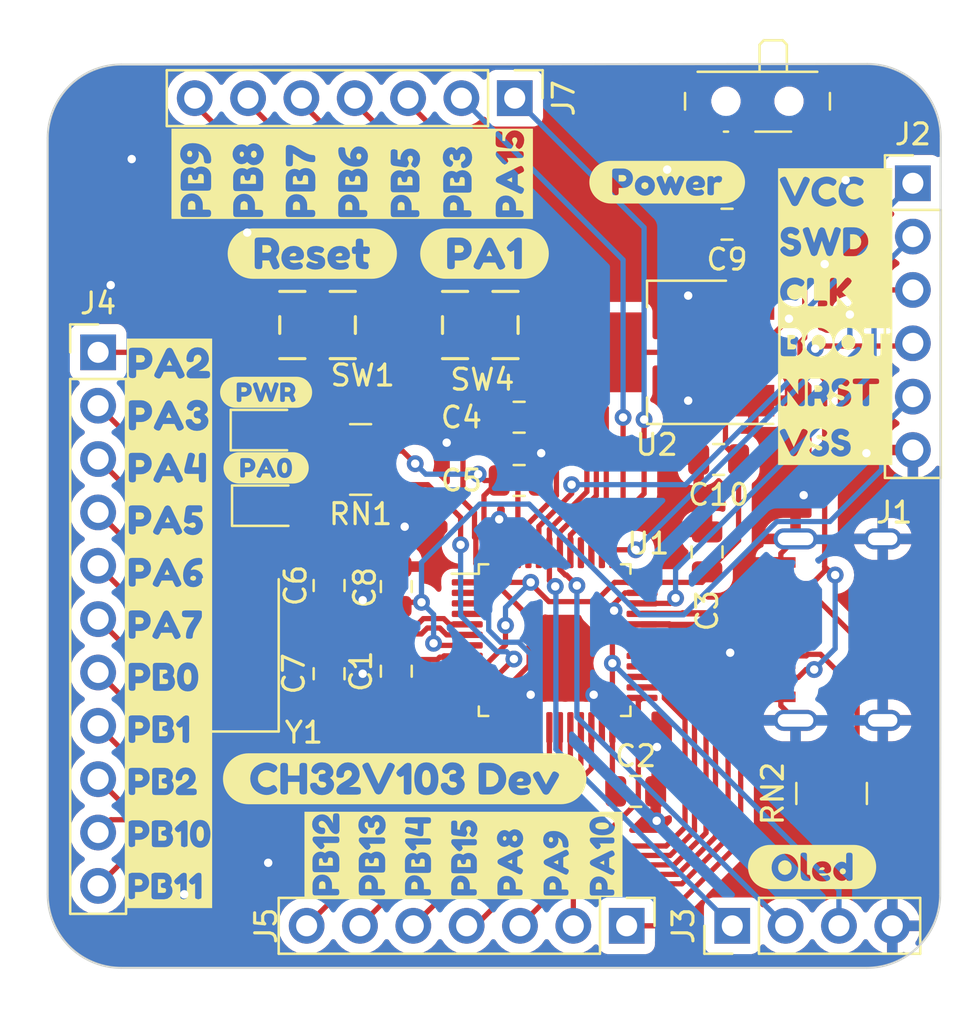
<source format=kicad_pcb>
(kicad_pcb (version 20221018) (generator pcbnew)
  (layers (0 "F.Cu" signal) (31 "B.Cu" signal) (34 "B.Paste" user) (35 "F.Paste" user) (36 "B.SilkS" user "B.Silkscreen") (37 "F.SilkS" user "F.Silkscreen") (38 "B.Mask" user) (39 "F.Mask" user) (44 "Edge.Cuts" user))
  (net 0 "")
  (net 1 "VDDA")
  (net 2 "VSSA")
  (net 3 "Net-(U1-OSC_IN{slash}PD0)")
  (net 4 "Net-(U1-OSC_OUT{slash}PD1)")
  (net 5 "NRST")
  (net 6 "Net-(SW2-B)")
  (net 7 "Net-(D1-A)")
  (net 8 "Net-(D2-A)")
  (net 9 "VUSB")
  (net 10 "Net-(J1-CC1)")
  (net 11 "D+")
  (net 12 "D-")
  (net 14 "Net-(J1-CC2)")
  (net 16 "SWDIO")
  (net 17 "SWCLK")
  (net 18 "BOOT0")
  (net 19 "PB7")
  (net 20 "PB6")
  (net 21 "PA2")
  (net 22 "PA3")
  (net 23 "PA4")
  (net 24 "PA5")
  (net 25 "PA6")
  (net 26 "PA7")
  (net 27 "PB0")
  (net 28 "PB1")
  (net 29 "PB2")
  (net 30 "PB10")
  (net 31 "PB11")
  (net 32 "PA10")
  (net 33 "PA9")
  (net 34 "PA8")
  (net 35 "PB15")
  (net 36 "PB14")
  (net 37 "PB13")
  (net 38 "PB12")
  (net 39 "PA15")
  (net 40 "PB3")
  (net 41 "PB4")
  (net 42 "PB5")
  (net 43 "PB8")
  (net 44 "PB9")
  (net 45 "PA0")
  (net 51 "PA1")
  (net 52 "VBatt")
  (net 53 "PC13")
  (net 54 "PC14")
  (net 55 "PC15")
  (footprint "Package_TO_SOT_SMD:SOT-223-3_TabPin2" (layer "F.Cu") (at 161.45 75.7 180)
    (fp_text reference "U2")
    (fp_text value "LD1117S12TR_SOT223")
  )
  (footprint "LED_SMD:LED_0805_2012Metric" (layer "F.Cu") (at 141.4 79.4)
    (fp_text reference "D2" hide)
    (fp_text value "LED_Small")
  )
  (footprint "LED_SMD:LED_0805_2012Metric" (layer "F.Cu") (at 141.4625 83)
    (fp_text reference "D1" hide)
    (fp_text value "LED_Small")
  )
  (footprint "Connector_PinHeader_2.54mm:PinHeader_1x11_P2.54mm_Vertical" (layer "F.Cu") (at 133.4 75.7)
    (fp_text reference "J4")
    (fp_text value "Conn_01x11")
  )
  (footprint "Connector_PinHeader_2.54mm:PinHeader_1x07_P2.54mm_Vertical" (layer "F.Cu") (at 158.57 103 -90)
    (fp_text reference "J5")
    (fp_text value "Conn_01x07")
  )
  (footprint "Connector_PinHeader_2.54mm:PinHeader_1x04_P2.54mm_Vertical" (layer "F.Cu") (at 163.6 103 90)
    (fp_text reference "J3")
    (fp_text value "OledDisplay")
  )
  (footprint "kibuzzard-65D4E002" (layer "F.Cu") (at 151.8 71)
    (fp_text reference "kibuzzard-65D4E002" hide)
    (fp_text value "G***" hide)
  )
  (footprint "Capacitor_SMD:C_0805_2012Metric" (layer "F.Cu") (at 153.45 81.8)
    (fp_text reference "C5")
    (fp_text value "100nF")
  )
  (footprint "kibuzzard-65D4DFF8" (layer "F.Cu") (at 143.6 71)
    (fp_text reference "kibuzzard-65D4DFF8" hide)
    (fp_text value "G***" hide)
  )
  (footprint "kibuzzard-65D4D9AC" (layer "F.Cu") (at 168.5 74)
    (fp_text reference "kibuzzard-65D4D9AC" hide)
    (fp_text value "G***" hide)
  )
  (footprint "kibuzzard-65D4E0E6" (layer "F.Cu") (at 160.5 67.6)
    (fp_text reference "kibuzzard-65D4E0E6" hide)
    (fp_text value "G***" hide)
  )
  (footprint "Capacitor_SMD:C_0805_2012Metric" (layer "F.Cu") (at 159 96.6)
    (fp_text reference "C2")
    (fp_text value "100nF")
  )
  (footprint "Resistor_SMD:R_Array_Convex_4x0603" (layer "F.Cu") (at 145.9 80.8)
    (fp_text reference "RN1")
    (fp_text value "R_Pack04")
  )
  (footprint "Capacitor_SMD:C_0805_2012Metric" (layer "F.Cu") (at 163.35 69.6 180)
    (fp_text reference "C9")
    (fp_text value "10uF")
  )
  (footprint "kibuzzard-65D4DF4E" (layer "F.Cu") (at 150.8 99.6 90)
    (fp_text reference "kibuzzard-65D4DF4E" hide)
    (fp_text value "G***" hide)
  )
  (footprint "Button_Switch_SMD:SW_SPDT_PCM12" (layer "F.Cu") (at 164.8 64.075 180)
    (fp_text reference "SW2" hide)
    (fp_text value "Power")
  )
  (footprint "Connector_PinHeader_2.54mm:PinHeader_1x06_P2.54mm_Vertical" (layer "F.Cu") (at 172.2 67.65)
    (fp_text reference "J2")
    (fp_text value "Prog")
  )
  (footprint "Resistor_SMD:R_Array_Convex_4x0612" (layer "F.Cu") (at 168.33 96.7 90)
    (fp_text reference "RN2")
    (fp_text value "5.1k")
  )
  (footprint "Capacitor_SMD:C_0805_2012Metric" (layer "F.Cu") (at 162.95 80.8 180)
    (fp_text reference "C10")
    (fp_text value "10uF")
  )
  (footprint "kibuzzard-65D4E052" (layer "F.Cu") (at 141.4 81.2)
    (fp_text reference "kibuzzard-65D4E052" hide)
    (fp_text value "G***" hide)
  )
  (footprint "UL_Buttons:TS3315A" (layer "F.Cu") (at 143.85 74.4)
    (fp_text reference "SW1")
    (fp_text value "SW_MEC_5E")
  )
  (footprint "kibuzzard-65D4D9DA" (layer "F.Cu") (at 145.5 67.2 90)
    (fp_text reference "kibuzzard-65D4D9DA" hide)
    (fp_text value "G***" hide)
  )
  (footprint "Capacitor_SMD:C_0805_2012Metric" (layer "F.Cu") (at 162.4 85.2 90)
    (fp_text reference "C3")
    (fp_text value "100nF")
  )
  (footprint "BadgePiratesFootprint:USB_C_Receptical-Jing" (layer "F.Cu") (at 166.6125 88.9 90)
    (fp_text reference "J1")
    (fp_text value "USB_C_Receptacle_USB2.0")
  )
  (footprint "Package_QFP:LQFP-48_7x7mm_P0.5mm" (layer "F.Cu") (at 155.14 89.4)
    (fp_text reference "U1")
    (fp_text value "CH32V103C8T6")
  )
  (footprint "Capacitor_SMD:C_0805_2012Metric" (layer "F.Cu") (at 153.45 78.79)
    (fp_text reference "C4")
    (fp_text value "100nF")
  )
  (footprint "Capacitor_SMD:C_0805_2012Metric" (layer "F.Cu") (at 144.4 91 90)
    (fp_text reference "C7")
    (fp_text value "20pF")
  )
  (footprint "kibuzzard-65D4DFBF" (layer "F.Cu") (at 148 96)
    (fp_text reference "kibuzzard-65D4DFBF" hide)
    (fp_text value "G***" hide)
  )
  (footprint "Capacitor_SMD:C_0805_2012Metric" (layer "F.Cu") (at 147.6 86.85 90)
    (fp_text reference "C8")
    (fp_text value "100nF")
  )
  (footprint "UL_Buttons:TS3315A" (layer "F.Cu") (at 151.6 74.4)
    (fp_text reference "SW4")
    (fp_text value "SW_MEC_5E")
  )
  (footprint "kibuzzard-65D4E06E" (layer "F.Cu") (at 141.4 77.6)
    (fp_text reference "kibuzzard-65D4E06E" hide)
    (fp_text value "G***" hide)
  )
  (footprint "kibuzzard-65D4DF6C" (layer "F.Cu") (at 167.4 100.2)
    (fp_text reference "kibuzzard-65D4DF6C" hide)
    (fp_text value "G***" hide)
  )
  (footprint "kibuzzard-65D4DA09" (layer "F.Cu") (at 136.8 88.6)
    (fp_text reference "kibuzzard-65D4DA09" hide)
    (fp_text value "G***" hide)
  )
  (footprint "Crystal:Crystal_SMD_5032-2Pin_5.0x3.2mm_HandSoldering" (layer "F.Cu") (at 140.2 89.2 90)
    (fp_text reference "Y1")
    (fp_text value "8MHz")
  )
  (footprint "Capacitor_SMD:C_0805_2012Metric" (layer "F.Cu") (at 144.4 86.8 -90)
    (fp_text reference "C6")
    (fp_text value "20pF")
  )
  (footprint "Capacitor_SMD:C_0805_2012Metric" (layer "F.Cu") (at 147.6 90.88 90)
    (fp_text reference "C1")
    (fp_text value "100nF")
  )
  (footprint "Connector_PinHeader_2.54mm:PinHeader_1x07_P2.54mm_Vertical" (layer "F.Cu") (at 153.24 63.6 -90)
    (fp_text reference "J7")
    (fp_text value "Conn_01x07")
  )
  (gr_arc (start 131 65.5) (mid 132.025126 63.025126) (end 134.5 62) (stroke (width 0.1)) (layer "Edge.Cuts"))
  (gr_line (start 173.525126 65.474874) (end 173.5 101.5) (stroke (width 0.1)) (layer "Edge.Cuts"))
  (gr_arc (start 170.025126 61.974874) (mid 172.5 63) (end 173.525126 65.474874) (stroke (width 0.1)) (layer "Edge.Cuts"))
  (gr_line (start 134.5 62) (end 170.025126 61.974874) (stroke (width 0.1)) (layer "Edge.Cuts"))
  (gr_arc (start 173.5 101.5) (mid 172.474874 103.974874) (end 170 105) (stroke (width 0.1)) (layer "Edge.Cuts"))
  (gr_arc (start 134.5 105) (mid 132.025126 103.974874) (end 131 101.5) (stroke (width 0.1)) (layer "Edge.Cuts"))
  (gr_line (start 131 101.5) (end 131 65.5) (stroke (width 0.1)) (layer "Edge.Cuts"))
  (gr_line (start 170 105) (end 134.5 105) (stroke (width 0.1)) (layer "Edge.Cuts"))
  (segment (start 152.39 84.928299) (end 151.775 84.313299) (width 0.25) (layer "F.Cu") (net 1))
  (segment (start 159.3025 86.65) (end 162.16 86.65) (width 0.25) (layer "F.Cu") (net 1))
  (segment (start 154 86.65) (end 152.917082 86.65) (width 0.25) (layer "F.Cu") (net 1))
  (segment (start 164.7 75.7) (end 166.3 74.1) (width 0.25) (layer "F.Cu") (net 1))
  (segment (start 152.917082 86.65) (end 152.39 86.122918) (width 0.25) (layer "F.Cu") (net 1))
  (segment (start 150.9775 90.65) (end 151.780686 90.65) (width 0.25) (layer "F.Cu") (net 1))
  (segment (start 154 86.699342) (end 154 86.65) (width 0.25) (layer "F.Cu") (net 1))
  (segment (start 152.39 86.122918) (end 152.39 85.2375) (width 0.25) (layer "F.Cu") (net 1))
  (segment (start 158 86.65) (end 157.081676 87.568324) (width 0.25) (layer "F.Cu") (net 1))
  (segment (start 164.6 75.7) (end 164.7 75.7) (width 0.25) (layer "F.Cu") (net 1))
  (segment (start 157.89 93.5625) (end 157.89 88.940704) (width 0.25) (layer "F.Cu") (net 1))
  (segment (start 154.868982 87.568324) (end 154 86.699342) (width 0.25) (layer "F.Cu") (net 1))
  (segment (start 146.8 80.4) (end 146.8 79.6) (width 0.25) (layer "F.Cu") (net 1))
  (segment (start 152.39 85.2375) (end 152.39 84.928299) (width 0.25) (layer "F.Cu") (net 1))
  (segment (start 164.6 75.7) (end 158.3 75.7) (width 0.25) (layer "F.Cu") (net 1))
  (segment (start 148.687086 91.83) (end 147.6 91.83) (width 0.25) (layer "F.Cu") (net 1))
  (segment (start 157.89 96.44) (end 158.05 96.6) (width 0.25) (layer "F.Cu") (net 1))
  (segment (start 151.775 82.525) (end 152.5 81.8) (width 0.25) (layer "F.Cu") (net 1))
  (segment (start 152.8 89.630686) (end 152.8 88.7) (width 0.25) (layer "F.Cu") (net 1))
  (segment (start 157.081676 87.568324) (end 154.868982 87.568324) (width 0.25) (layer "F.Cu") (net 1))
  (segment (start 147.9 80.4) (end 146.8 80.4) (width 0.25) (layer "F.Cu") (net 1))
  (segment (start 163.9 80.8) (end 163.9 84.65) (width 0.25) (layer "F.Cu") (net 1))
  (segment (start 151.8 81.8) (end 151.5 81.5) (width 0.25) (layer "F.Cu") (net 1))
  (segment (start 163.275 80.175) (end 163.275 77.025) (width 0.25) (layer "F.Cu") (net 1))
  (segment (start 157 88.050704) (end 157 87.568324) (width 0.25) (layer "F.Cu") (net 1))
  (segment (start 151.780686 90.65) (end 152.8 89.630686) (width 0.25) (layer "F.Cu") (net 1))
  (segment (start 157.89 93.5625) (end 157.89 96.44) (width 0.25) (layer "F.Cu") (net 1))
  (segment (start 150.9775 90.65) (end 150.963313 90.664187) (width 0.25) (layer "F.Cu") (net 1))
  (segment (start 163.275 77.025) (end 164.6 75.7) (width 0.25) (layer "F.Cu") (net 1))
  (segment (start 159.3025 86.65) (end 158 86.65) (width 0.25) (layer "F.Cu") (net 1))
  (segment (start 163.9 80.8) (end 163.275 80.175) (width 0.25) (layer "F.Cu") (net 1))
  (segment (start 150.963313 90.664187) (end 149.852899 90.664187) (width 0.25) (layer "F.Cu") (net 1))
  (segment (start 152.5 81.8) (end 151.8 81.8) (width 0.25) (layer "F.Cu") (net 1))
  (segment (start 149.852899 90.664187) (end 148.687086 91.83) (width 0.25) (layer "F.Cu") (net 1))
  (segment (start 148.5 81) (end 147.9 80.4) (width 0.25) (layer "F.Cu") (net 1))
  (segment (start 162.16 86.65) (end 162.67 86.14) (width 0.25) (layer "F.Cu") (net 1))
  (segment (start 163.9 84.65) (end 162.4 86.15) (width 0.25) (layer "F.Cu") (net 1))
  (segment (start 152.5 81.8) (end 152.5 78.79) (width 0.25) (layer "F.Cu") (net 1))
  (segment (start 157.89 88.940704) (end 157 88.050704) (width 0.25) (layer "F.Cu") (net 1))
  (segment (start 151.775 84.313299) (end 151.775 82.525) (width 0.25) (layer "F.Cu") (net 1))
  (via (at 166.3 74.1) (size 0.8) (drill 0.4) (layers "F.Cu" "B.Cu") (net 1))
  (via (at 152.8 88.7) (size 0.8) (drill 0.4) (layers "F.Cu" "B.Cu") (net 1))
  (via (at 148.5 81) (size 0.8) (drill 0.4) (layers "F.Cu" "B.Cu") (net 1))
  (via (at 154 86.65) (size 0.8) (drill 0.4) (layers "F.Cu" "B.Cu") (net 1))
  (via (at 157.89 90.5) (size 0.8) (drill 0.4) (layers "F.Cu" "B.Cu") (net 1))
  (via (at 151.5 81.5) (size 0.8) (drill 0.4) (layers "F.Cu" "B.Cu") (net 1))
  (segment (start 149 81.5) (end 148.5 81) (width 0.25) (layer "B.Cu") (net 1))
  (segment (start 171.025 68.825) (end 172.2 67.65) (width 0.25) (layer "B.Cu") (net 1))
  (segment (start 151.5 81.5) (end 149 81.5) (width 0.25) (layer "B.Cu") (net 1))
  (segment (start 166.3 74.1) (end 166.7 74.1) (width 0.25) (layer "B.Cu") (net 1))
  (segment (start 152.8 87.85) (end 154 86.65) (width 0.25) (layer "B.Cu") (net 1))
  (segment (start 152.8 88.7) (end 152.8 87.85) (width 0.25) (layer "B.Cu") (net 1))
  (segment (start 171.025 69.775) (end 171.025 68.825) (width 0.25) (layer "B.Cu") (net 1))
  (segment (start 168.68 103) (end 168.68 101.29) (width 0.25) (layer "B.Cu") (net 1))
  (segment (start 168.68 101.29) (end 157.89 90.5) (width 0.25) (layer "B.Cu") (net 1))
  (segment (start 166.7 74.1) (end 171.025 69.775) (width 0.25) (layer "B.Cu") (net 1))
  (segment (start 149.666503 90.214187) (end 149.811118 90.214187) (width 0.25) (layer "F.Cu") (net 2))
  (segment (start 152.89 84.04) (end 152.5 83.65) (width 0.25) (layer "F.Cu") (net 2))
  (segment (start 149.55569 90.325) (end 149.666503 90.214187) (width 0.25) (layer "F.Cu") (net 2))
  (segment (start 158.499314 87.15) (end 157.970713 87.678601) (width 0.25) (layer "F.Cu") (net 2))
  (segment (start 149.811118 90.214187) (end 149.875305 90.15) (width 0.25) (layer "F.Cu") (net 2))
  (segment (start 157.39 93.5625) (end 157.39 92.39) (width 0.25) (layer "F.Cu") (net 2))
  (segment (start 165.9125 92.52) (end 166.6125 93.22) (width 0.25) (layer "F.Cu") (net 2))
  (segment (start 165.9125 85.28) (end 166.6125 84.58) (width 0.25) (layer "F.Cu") (net 2))
  (segment (start 157.39 92.39) (end 157 92) (width 0.25) (layer "F.Cu") (net 2))
  (segment (start 165.9125 85.825) (end 165.9125 85.28) (width 0.25) (layer "F.Cu") (net 2))
  (segment (start 147.6 89.93) (end 147.995 90.325) (width 0.25) (layer "F.Cu") (net 2))
  (segment (start 152.89 85.2375) (end 152.89 84.04) (width 0.25) (layer "F.Cu") (net 2))
  (segment (start 165.9125 91.975) (end 165.9125 92.52) (width 0.25) (layer "F.Cu") (net 2))
  (segment (start 159.3025 87.15) (end 158.499314 87.15) (width 0.25) (layer "F.Cu") (net 2))
  (segment (start 147.995 90.325) (end 149.55569 90.325) (width 0.25) (layer "F.Cu") (net 2))
  (segment (start 149.875305 90.15) (end 150.9775 90.15) (width 0.25) (layer "F.Cu") (net 2))
  (segment (start 157.970713 87.678601) (end 157.970713 87.996112) (width 0.25) (layer "F.Cu") (net 2))
  (via (at 161.5 73) (size 0.8) (drill 0.4) (layers "F.Cu" "B.Cu") (net 2))
  (via (at 141.5 100) (size 0.8) (drill 0.4) (layers "F.Cu" "B.Cu") (net 2))
  (via (at 157.970713 87.996112) (size 0.8) (drill 0.4) (layers "F.Cu" "B.Cu") (net 2))
  (via (at 160 98) (size 0.8) (drill 0.4) (layers "F.Cu" "B.Cu") (net 2))
  (via (at 134 72.5) (size 0.8) (drill 0.4) (layers "F.Cu" "B.Cu") (net 2))
  (via (at 152.5 83.65) (size 0.8) (drill 0.4) (layers "F.Cu" "B.Cu") (net 2))
  (via (at 146 87.5) (size 0.8) (drill 0.4) (layers "F.Cu" "B.Cu") (net 2))
  (via (at 160.012653 94.487347) (size 0.8) (drill 0.4) (layers "F.Cu" "B.Cu") (net 2))
  (via (at 146 91) (size 0.8) (drill 0.4) (layers "F.Cu" "B.Cu") (net 2))
  (via (at 168 71.5) (size 0.8) (drill 0.4) (layers "F.Cu" "B.Cu") (net 2))
  (via (at 161.5 78) (size 0.8) (drill 0.4) (layers "F.Cu" "B.Cu") (net 2))
  (via (at 169.987347 80.5) (size 0.8) (drill 0.4) (layers "F.Cu" "B.Cu") (net 2))
  (via (at 157 92) (size 0.8) (drill 0.4) (layers "F.Cu" "B.Cu") (net 2))
  (via (at 163.5 90) (size 0.8) (drill 0.4) (layers "F.Cu" "B.Cu") (net 2))
  (via (at 140.5 70) (size 0.8) (drill 0.4) (layers "F.Cu" "B.Cu") (net 2))
  (via (at 148 84) (size 0.8) (drill 0.4) (layers "F.Cu" "B.Cu") (net 2))
  (via (at 135 66.5) (size 0.8) (drill 0.4) (layers "F.Cu" "B.Cu") (net 2))
  (via (at 169 67.5) (size 0.8) (drill 0.4) (layers "F.Cu" "B.Cu") (net 2))
  (via (at 150 80) (size 0.8) (drill 0.4) (layers "F.Cu" "B.Cu") (net 2))
  (via (at 137.5 101.5) (size 0.8) (drill 0.4) (layers "F.Cu" "B.Cu") (net 2))
  (via (at 160.5 67) (size 0.8) (drill 0.4) (layers "F.Cu" "B.Cu") (net 2))
  (via (at 167 82.5) (size 0.8) (drill 0.4) (layers "F.Cu" "B.Cu") (net 2))
  (via (at 154.5 80.5) (size 0.8) (drill 0.4) (layers "F.Cu" "B.Cu") (net 2))
  (via (at 154 92) (size 0.8) (drill 0.4) (layers "F.Cu" "B.Cu") (net 2))
  (segment (start 152.574695 89.5) (end 152 88.925305) (width 0.25) (layer "B.Cu") (net 2))
  (segment (start 152 88.925305) (end 152 84.15) (width 0.25) (layer "B.Cu") (net 2))
  (segment (start 152 84.15) (end 152.5 83.65) (width 0.25) (layer "B.Cu") (net 2))
  (segment (start 154 92) (end 154 90.074695) (width 0.25) (layer "B.Cu") (net 2))
  (segment (start 153.425305 89.5) (end 152.574695 89.5) (width 0.25) (layer "B.Cu") (net 2))
  (segment (start 154 90.074695) (end 153.425305 89.5) (width 0.25) (layer "B.Cu") (net 2))
  (segment (start 145.3 88.65) (end 144.4 87.75) (width 0.25) (layer "F.Cu") (net 3))
  (segment (start 140.2 86.6) (end 143.25 86.6) (width 0.25) (layer "F.Cu") (net 3))
  (segment (start 150.136157 88.65) (end 149.861581 88.375424) (width 0.25) (layer "F.Cu") (net 3))
  (segment (start 148.888179 88.375424) (end 148.613603 88.65) (width 0.25) (layer "F.Cu") (net 3))
  (segment (start 148.613603 88.65) (end 145.3 88.65) (width 0.25) (layer "F.Cu") (net 3))
  (segment (start 150.9775 88.65) (end 150.136157 88.65) (width 0.25) (layer "F.Cu") (net 3))
  (segment (start 149.861581 88.375424) (end 148.888179 88.375424) (width 0.25) (layer "F.Cu") (net 3))
  (segment (start 143.25 86.6) (end 144.4 87.75) (width 0.25) (layer "F.Cu") (net 3))
  (segment (start 149.999761 89.15) (end 149.675185 88.825424) (width 0.25) (layer "F.Cu") (net 4))
  (segment (start 150.9775 89.15) (end 149.999761 89.15) (width 0.25) (layer "F.Cu") (net 4))
  (segment (start 148.794999 89.105) (end 145.345 89.105) (width 0.25) (layer "F.Cu") (net 4))
  (segment (start 140.2 91.8) (end 142.65 91.8) (width 0.25) (layer "F.Cu") (net 4))
  (segment (start 149.074575 88.825424) (end 148.794999 89.105) (width 0.25) (layer "F.Cu") (net 4))
  (segment (start 145.345 89.105) (end 144.4 90.05) (width 0.25) (layer "F.Cu") (net 4))
  (segment (start 142.65 91.8) (end 144.4 90.05) (width 0.25) (layer "F.Cu") (net 4))
  (segment (start 149.675185 88.825424) (end 149.074575 88.825424) (width 0.25) (layer "F.Cu") (net 4))
  (segment (start 147.8 87.6) (end 147.6 87.8) (width 0.25) (layer "F.Cu") (net 5))
  (segment (start 147.6 87.511826) (end 145.95 85.861826) (width 0.25) (layer "F.Cu") (net 5))
  (segment (start 149.474456 89.65) (end 149.37488 89.550424) (width 0.25) (layer "F.Cu") (net 5))
  (segment (start 145.95 75.75) (end 145.6 75.4) (width 0.25) (layer "F.Cu") (net 5))
  (segment (start 147.6 87.8) (end 147.6 87.511826) (width 0.25) (layer "F.Cu") (net 5))
  (segment (start 145.6 75.4) (end 142.1 75.4) (width 0.25) (layer "F.Cu") (net 5))
  (segment (start 148.8 87.6) (end 147.8 87.6) (width 0.25) (layer "F.Cu") (net 5))
  (segment (start 145.95 85.861826) (end 145.95 75.75) (width 0.25) (layer "F.Cu") (net 5))
  (segment (start 150.9775 89.65) (end 149.474456 89.65) (width 0.25) (layer "F.Cu") (net 5))
  (via (at 149.37488 89.550424) (size 0.8) (drill 0.4) (layers "F.Cu" "B.Cu") (net 5))
  (via (at 148.8 87.6) (size 0.8) (drill 0.4) (layers "F.Cu" "B.Cu") (net 5))
  (segment (start 172.2 77.81) (end 170.712347 79.297653) (width 0.25) (layer "B.Cu") (net 5))
  (segment (start 170.712347 79.297653) (end 170.712347 81.287653) (width 0.25) (layer "B.Cu") (net 5))
  (segment (start 165.722575 83.755) (end 161.281862 88.195713) (width 0.25) (layer "B.Cu") (net 5))
  (segment (start 153.925 82.925) (end 151.575001 82.925) (width 0.25) (layer "B.Cu") (net 5))
  (segment (start 170.712347 81.287653) (end 168.245 83.755) (width 0.25) (layer "B.Cu") (net 5))
  (segment (start 161.281862 88.195713) (end 159.195713 88.195713) (width 0.25) (layer "B.Cu") (net 5))
  (segment (start 149.37488 88.17488) (end 149.37488 89.550424) (width 0.25) (layer "B.Cu") (net 5))
  (segment (start 151.575001 82.925) (end 148.8 85.700001) (width 0.25) (layer "B.Cu") (net 5))
  (segment (start 168.245 83.755) (end 165.722575 83.755) (width 0.25) (layer "B.Cu") (net 5))
  (segment (start 148.8 87.6) (end 149.37488 88.17488) (width 0.25) (layer "B.Cu") (net 5))
  (segment (start 148.8 85.700001) (end 148.8 87.6) (width 0.25) (layer "B.Cu") (net 5))
  (segment (start 159.195713 88.195713) (end 153.925 82.925) (width 0.25) (layer "B.Cu") (net 5))
  (segment (start 164.3 69.6) (end 164.3 73.1) (width 0.25) (layer "F.Cu") (net 6))
  (segment (start 164.05 69.35) (end 164.3 69.6) (width 0.25) (layer "F.Cu") (net 6))
  (segment (start 164.05 65.505) (end 164.05 69.35) (width 0.25) (layer "F.Cu") (net 6))
  (segment (start 164.3 73.1) (end 164.6 73.4) (width 0.25) (layer "F.Cu") (net 6))
  (segment (start 143.4 82) (end 142.4 83) (width 0.25) (layer "F.Cu") (net 7))
  (segment (start 145 81.2) (end 145 82) (width 0.25) (layer "F.Cu") (net 7))
  (segment (start 145 82) (end 143.4 82) (width 0.25) (layer "F.Cu") (net 7))
  (segment (start 145 80.4) (end 145 79.6) (width 0.25) (layer "F.Cu") (net 8))
  (segment (start 145 79.6) (end 142.2 79.6) (width 0.25) (layer "F.Cu") (net 8))
  (segment (start 166.82393 75.22546) (end 167.05 74.99939) (width 0.25) (layer "F.Cu") (net 9))
  (segment (start 165.9125 86.625) (end 165.9125 86.375) (width 0.25) (layer "F.Cu") (net 9))
  (segment (start 168 85.9) (end 168 77.00214) (width 0.25) (layer "F.Cu") (net 9))
  (segment (start 166.82393 75.82607) (end 166.82393 75.22546) (width 0.25) (layer "F.Cu") (net 9))
  (segment (start 166.822551 86.71) (end 167.402449 86.71) (width 0.25) (layer "F.Cu") (net 9))
  (segment (start 165.9125 86.625) (end 166.737551 86.625) (width 0.25) (layer "F.Cu") (net 9))
  (segment (start 165.9125 91.425) (end 165.9125 91.175) (width 0.25) (layer "F.Cu") (net 9))
  (segment (start 168 86.112449) (end 168 85.9) (width 0.25) (layer "F.Cu") (net 9))
  (segment (start 167.05 74.99939) (end 167.05 65.505) (width 0.25) (layer "F.Cu") (net 9))
  (segment (start 167.112551 90.8) (end 167.5 90.8) (width 0.25) (layer "F.Cu") (net 9))
  (segment (start 168.4 86.3) (end 168 85.9) (width 0.25) (layer "F.Cu") (net 9))
  (segment (start 166.737551 86.625) (end 166.822551 86.71) (width 0.25) (layer "F.Cu") (net 9))
  (segment (start 168.5 86.3) (end 168.4 86.3) (width 0.25) (layer "F.Cu") (net 9))
  (segment (start 166.737551 91.175) (end 167.112551 90.8) (width 0.25) (layer "F.Cu") (net 9))
  (segment (start 167.402449 86.71) (end 168 86.112449) (width 0.25) (layer "F.Cu") (net 9))
  (segment (start 168 77.00214) (end 166.82393 75.82607) (width 0.25) (layer "F.Cu") (net 9))
  (segment (start 165.9125 91.175) (end 166.737551 91.175) (width 0.25) (layer "F.Cu") (net 9))
  (via (at 168.5 86.3) (size 0.8) (drill 0.4) (layers "F.Cu" "B.Cu") (net 9))
  (via (at 167.5 90.8) (size 0.8) (drill 0.4) (layers "F.Cu" "B.Cu") (net 9))
  (segment (start 167.5 90.8) (end 168.5 89.8) (width 0.25) (layer "B.Cu") (net 9))
  (segment (start 168.5 89.8) (end 168.5 86.3) (width 0.25) (layer "B.Cu") (net 9))
  (segment (start 167.800305 90.075) (end 167.199695 90.075) (width 0.25) (layer "F.Cu") (net 10))
  (segment (start 167.199695 90.075) (end 167.124695 90.15) (width 0.25) (layer "F.Cu") (net 10))
  (segment (start 168.73 96) (end 168.73 91.004695) (width 0.25) (layer "F.Cu") (net 10))
  (segment (start 168.73 91.004695) (end 167.800305 90.075) (width 0.25) (layer "F.Cu") (net 10))
  (segment (start 167.124695 90.15) (end 165.9125 90.15) (width 0.25) (layer "F.Cu") (net 10))
  (segment (start 161.235661 88.125) (end 161.210661 88.15) (width 0.3) (layer "F.Cu") (net 11))
  (segment (start 165.8875 88.125) (end 161.235661 88.125) (width 0.3) (layer "F.Cu") (net 11))
  (segment (start 167.1 88.782476) (end 166.732476 89.15) (width 0.3) (layer "F.Cu") (net 11))
  (segment (start 167.1 88.517524) (end 167.1 88.782476) (width 0.3) (layer "F.Cu") (net 11))
  (segment (start 165.9125 88.15) (end 166.732476 88.15) (width 0.3) (layer "F.Cu") (net 11))
  (segment (start 166.732476 89.15) (end 165.9125 89.15) (width 0.3) (layer "F.Cu") (net 11))
  (segment (start 165.9125 88.15) (end 165.8875 88.125) (width 0.3) (layer "F.Cu") (net 11))
  (segment (start 161.210661 88.15) (end 159.3025 88.15) (width 0.3) (layer "F.Cu") (net 11))
  (segment (start 166.732476 88.15) (end 167.1 88.517524) (width 0.3) (layer "F.Cu") (net 11))
  (segment (start 160.599421 88.65) (end 159.3025 88.65) (width 0.3) (layer "F.Cu") (net 12))
  (segment (start 165.092524 89.65) (end 164.117524 88.675) (width 0.3) (layer "F.Cu") (net 12))
  (segment (start 165.9125 89.65) (end 165.092524 89.65) (width 0.3) (layer "F.Cu") (net 12))
  (segment (start 165.9125 88.65) (end 164.025 88.65) (width 0.3) (layer "F.Cu") (net 12))
  (segment (start 164.025 88.65) (end 164 88.675) (width 0.3) (layer "F.Cu") (net 12))
  (segment (start 164.117524 88.675) (end 164 88.675) (width 0.3) (layer "F.Cu") (net 12))
  (segment (start 164 88.675) (end 160.624421 88.675) (width 0.3) (layer "F.Cu") (net 12))
  (segment (start 160.624421 88.675) (end 160.599421 88.65) (width 0.3) (layer "F.Cu") (net 12))
  (segment (start 165.9225 87.16) (end 165.9125 87.15) (width 0.25) (layer "F.Cu") (net 14))
  (segment (start 169.6 96) (end 169.542589 95.942589) (width 0.25) (layer "F.Cu") (net 14))
  (segment (start 169.542589 95.942589) (end 169.542589 89.342589) (width 0.25) (layer "F.Cu") (net 14))
  (segment (start 169.542589 89.342589) (end 167.36 87.16) (width 0.25) (layer "F.Cu") (net 14))
  (segment (start 167.36 87.16) (end 165.9225 87.16) (width 0.25) (layer "F.Cu") (net 14))
  (segment (start 160.65 87.65) (end 160.9 87.4) (width 0.25) (layer "F.Cu") (net 16))
  (segment (start 159.3025 87.65) (end 160.65 87.65) (width 0.25) (layer "F.Cu") (net 16))
  (via (at 160.9 87.4) (size 0.8) (drill 0.4) (layers "F.Cu" "B.Cu") (net 16))
  (segment (start 160.9 86.036396) (end 170.35 76.586396) (width 0.25) (layer "B.Cu") (net 16))
  (segment (start 170.35 76.586396) (end 170.35 72.04) (width 0.25) (layer "B.Cu") (net 16))
  (segment (start 160.9 87.4) (end 160.9 86.036396) (width 0.25) (layer "B.Cu") (net 16))
  (segment (start 170.35 72.04) (end 172.2 70.19) (width 0.25) (layer "B.Cu") (net 16))
  (segment (start 172.2 72.73) (end 170.37 72.73) (width 0.25) (layer "F.Cu") (net 17))
  (segment (start 158.0275 85.1) (end 157.89 85.2375) (width 0.25) (layer "F.Cu") (net 17))
  (segment (start 159 85.1) (end 158.0275 85.1) (width 0.25) (layer "F.Cu") (net 17))
  (segment (start 170.37 72.73) (end 169.2 73.9) (width 0.25) (layer "F.Cu") (net 17))
  (via (at 159 85.1) (size 0.8) (drill 0.4) (layers "F.Cu" "B.Cu") (net 17))
  (via (at 169.2 73.9) (size 0.8) (drill 0.4) (layers "F.Cu" "B.Cu") (net 17))
  (segment (start 169.2 74.9) (end 159 85.1) (width 0.25) (layer "B.Cu") (net 17))
  (segment (start 169.2 73.9) (end 169.2 74.9) (width 0.25) (layer "B.Cu") (net 17))
  (segment (start 172.07 75.4) (end 167.674695 75.4) (width 0.25) (layer "F.Cu") (net 18))
  (segment (start 155.950032 82.424538) (end 155.950032 82) (width 0.25) (layer "F.Cu") (net 18))
  (segment (start 172.2 75.27) (end 172.07 75.4) (width 0.25) (layer "F.Cu") (net 18))
  (segment (start 154.39 83.98457) (end 155.950032 82.424538) (width 0.25) (layer "F.Cu") (net 18))
  (segment (start 154.39 85.2375) (end 154.39 83.98457) (width 0.25) (layer "F.Cu") (net 18))
  (segment (start 167.674695 75.4) (end 167.54893 75.525765) (width 0.25) (layer "F.Cu") (net 18))
  (via (at 155.950032 82) (size 0.8) (drill 0.4) (layers "F.Cu" "B.Cu") (net 18))
  (via (at 167.54893 75.525765) (size 0.8) (drill 0.4) (layers "F.Cu" "B.Cu") (net 18))
  (segment (start 161.374695 82) (end 155.950032 82) (width 0.25) (layer "B.Cu") (net 18))
  (segment (start 167.54893 75.525765) (end 167.54893 75.825765) (width 0.25) (layer "B.Cu") (net 18))
  (segment (start 167.54893 75.825765) (end 161.374695 82) (width 0.25) (layer "B.Cu") (net 18))
  (segment (start 154.89 84.120966) (end 156.675032 82.335934) (width 0.25) (layer "F.Cu") (net 19))
  (segment (start 149.56 70.3) (end 143.06 63.8) (width 0.25) (layer "F.Cu") (net 19))
  (segment (start 154.89 86.564037) (end 155.169287 86.843324) (width 0.25) (layer "F.Cu") (net 19))
  (segment (start 155.4 72.567588) (end 153.132412 70.3) (width 0.25) (layer "F.Cu") (net 19))
  (segment (start 155.4 77.432412) (end 155.4 72.567588) (width 0.25) (layer "F.Cu") (net 19))
  (segment (start 154.89 85.2375) (end 154.89 84.120966) (width 0.25) (layer "F.Cu") (net 19))
  (segment (start 156.675032 78.707444) (end 155.4 77.432412) (width 0.25) (layer "F.Cu") (net 19))
  (segment (start 153.132412 70.3) (end 149.56 70.3) (width 0.25) (layer "F.Cu") (net 19))
  (segment (start 154.89 85.2375) (end 154.89 86.564037) (width 0.25) (layer "F.Cu") (net 19))
  (segment (start 156.675032 82.335934) (end 156.675032 78.707444) (width 0.25) (layer "F.Cu") (net 19))
  (via (at 155.169287 86.843324) (size 0.8) (drill 0.4) (layers "F.Cu" "B.Cu") (net 19))
  (segment (start 155.2 94.6) (end 155.2 86.874037) (width 0.25) (layer "B.Cu") (net 19))
  (segment (start 155.2 86.874037) (end 155.169287 86.843324) (width 0.25) (layer "B.Cu") (net 19))
  (segment (start 163.6 103) (end 155.2 94.6) (width 0.25) (layer "B.Cu") (net 19))
  (segment (start 155.649314 86.3) (end 155.7 86.3) (width 0.25) (layer "F.Cu") (net 20))
  (segment (start 155.39 85.2375) (end 155.39 86.040686) (width 0.25) (layer "F.Cu") (net 20))
  (segment (start 153.268808 69.8) (end 151.6 69.8) (width 0.25) (layer "F.Cu") (net 20))
  (segment (start 155.85 72.381192) (end 153.268808 69.8) (width 0.25) (layer "F.Cu") (net 20))
  (segment (start 157.125032 82.52233) (end 157.125032 78.521048) (width 0.25) (layer "F.Cu") (net 20))
  (segment (start 155.7 86.3) (end 156.2 86.8) (width 0.25) (layer "F.Cu") (net 20))
  (segment (start 155.39 86.040686) (end 155.649314 86.3) (width 0.25) (layer "F.Cu") (net 20))
  (segment (start 157.125032 78.521048) (end 155.85 77.246016) (width 0.25) (layer "F.Cu") (net 20))
  (segment (start 151.6 69.8) (end 145.6 63.8) (width 0.25) (layer "F.Cu") (net 20))
  (segment (start 155.85 77.246016) (end 155.85 72.381192) (width 0.25) (layer "F.Cu") (net 20))
  (segment (start 155.39 85.2375) (end 155.39 84.257362) (width 0.25) (layer "F.Cu") (net 20))
  (segment (start 155.39 84.257362) (end 157.125032 82.52233) (width 0.25) (layer "F.Cu") (net 20))
  (via (at 156.2 86.8) (size 0.8) (drill 0.4) (layers "F.Cu" "B.Cu") (net 20))
  (segment (start 156.2 86.8) (end 156.2 93.06) (width 0.25) (layer "B.Cu") (net 20))
  (segment (start 156.2 93.06) (end 166.14 103) (width 0.25) (layer "B.Cu") (net 20))
  (segment (start 135.5 75.7) (end 133.4 75.7) (width 0.25) (layer "F.Cu") (net 21))
  (segment (start 138.675 78.875) (end 135.5 75.7) (width 0.25) (layer "F.Cu") (net 21))
  (segment (start 150.9775 92.15) (end 149.3275 93.8) (width 0.25) (layer "F.Cu") (net 21))
  (segment (start 149.3275 93.8) (end 141.60962 93.8) (width 0.25) (layer "F.Cu") (net 21))
  (segment (start 138.675 93.68462) (end 138.675 78.875) (width 0.25) (layer "F.Cu") (net 21))
  (segment (start 141.53462 93.875) (end 138.86538 93.875) (width 0.25) (layer "F.Cu") (net 21))
  (segment (start 138.86538 93.875) (end 138.675 93.68462) (width 0.25) (layer "F.Cu") (net 21))
  (segment (start 141.60962 93.8) (end 141.53462 93.875) (width 0.25) (layer "F.Cu") (net 21))
  (segment (start 145.66604 94.3) (end 145.71604 94.25) (width 0.25) (layer "F.Cu") (net 22))
  (segment (start 138.225 93.871016) (end 138.678984 94.325) (width 0.25) (layer "F.Cu") (net 22))
  (segment (start 137.25 89.704416) (end 138.225 90.679416) (width 0.25) (layer "F.Cu") (net 22))
  (segment (start 141.721016 94.325) (end 141.746016 94.3) (width 0.25) (layer "F.Cu") (net 22))
  (segment (start 141.746016 94.3) (end 145.66604 94.3) (width 0.25) (layer "F.Cu") (net 22))
  (segment (start 138.225 90.679416) (end 138.225 93.871016) (width 0.25) (layer "F.Cu") (net 22))
  (segment (start 151.7025 94.25) (end 152.39 93.5625) (width 0.25) (layer "F.Cu") (net 22))
  (segment (start 145.71604 94.25) (end 151.7025 94.25) (width 0.25) (layer "F.Cu") (net 22))
  (segment (start 138.678984 94.325) (end 141.721016 94.325) (width 0.25) (layer "F.Cu") (net 22))
  (segment (start 137.25 82.09) (end 137.25 89.704416) (width 0.25) (layer "F.Cu") (net 22))
  (segment (start 133.4 78.24) (end 137.25 82.09) (width 0.25) (layer "F.Cu") (net 22))
  (segment (start 145.902436 94.7) (end 145.852436 94.75) (width 0.25) (layer "F.Cu") (net 23))
  (segment (start 138.492588 94.775) (end 137.775 94.057412) (width 0.25) (layer "F.Cu") (net 23))
  (segment (start 137.775 90.865812) (end 136.8 89.890812) (width 0.25) (layer "F.Cu") (net 23))
  (segment (start 152.89 93.5625) (end 152.89 94.365686) (width 0.25) (layer "F.Cu") (net 23))
  (segment (start 152.555686 94.7) (end 145.902436 94.7) (width 0.25) (layer "F.Cu") (net 23))
  (segment (start 141.907412 94.775) (end 138.492588 94.775) (width 0.25) (layer "F.Cu") (net 23))
  (segment (start 141.932412 94.75) (end 141.907412 94.775) (width 0.25) (layer "F.Cu") (net 23))
  (segment (start 145.852436 94.75) (end 141.932412 94.75) (width 0.25) (layer "F.Cu") (net 23))
  (segment (start 152.89 94.365686) (end 152.555686 94.7) (width 0.25) (layer "F.Cu") (net 23))
  (segment (start 136.8 89.890812) (end 136.8 84.18) (width 0.25) (layer "F.Cu") (net 23))
  (segment (start 137.775 94.057412) (end 137.775 90.865812) (width 0.25) (layer "F.Cu") (net 23))
  (segment (start 136.8 84.18) (end 133.4 80.78) (width 0.25) (layer "F.Cu") (net 23))
  (segment (start 142.093808 95.225) (end 142.118808 95.2) (width 0.25) (layer "F.Cu") (net 24))
  (segment (start 137.325 91.052208) (end 137.325 94.243808) (width 0.25) (layer "F.Cu") (net 24))
  (segment (start 133.4 83.32) (end 136.3 86.22) (width 0.25) (layer "F.Cu") (net 24))
  (segment (start 153.39 94.502082) (end 153.39 93.5625) (width 0.25) (layer "F.Cu") (net 24))
  (segment (start 142.118808 95.2) (end 146.038832 95.2) (width 0.25) (layer "F.Cu") (net 24))
  (segment (start 152.742082 95.15) (end 153.39 94.502082) (width 0.25) (layer "F.Cu") (net 24))
  (segment (start 137.325 94.243808) (end 138.306192 95.225) (width 0.25) (layer "F.Cu") (net 24))
  (segment (start 136.3 90.027208) (end 137.325 91.052208) (width 0.25) (layer "F.Cu") (net 24))
  (segment (start 138.306192 95.225) (end 142.093808 95.225) (width 0.25) (layer "F.Cu") (net 24))
  (segment (start 136.3 86.22) (end 136.3 90.027208) (width 0.25) (layer "F.Cu") (net 24))
  (segment (start 146.088832 95.15) (end 152.742082 95.15) (width 0.25) (layer "F.Cu") (net 24))
  (segment (start 146.038832 95.2) (end 146.088832 95.15) (width 0.25) (layer "F.Cu") (net 24))
  (segment (start 146.275228 95.6) (end 146.225228 95.65) (width 0.25) (layer "F.Cu") (net 25))
  (segment (start 146.225228 95.65) (end 142.305204 95.65) (width 0.25) (layer "F.Cu") (net 25))
  (segment (start 153.89 93.5625) (end 153.89 94.638478) (width 0.25) (layer "F.Cu") (net 25))
  (segment (start 152.928478 95.6) (end 146.275228 95.6) (width 0.25) (layer "F.Cu") (net 25))
  (segment (start 136.875 91.238604) (end 135.85 90.213604) (width 0.25) (layer "F.Cu") (net 25))
  (segment (start 153.89 94.638478) (end 152.928478 95.6) (width 0.25) (layer "F.Cu") (net 25))
  (segment (start 138.119796 95.675) (end 136.875 94.430204) (width 0.25) (layer "F.Cu") (net 25))
  (segment (start 136.875 94.430204) (end 136.875 91.238604) (width 0.25) (layer "F.Cu") (net 25))
  (segment (start 135.85 90.213604) (end 135.85 88.31) (width 0.25) (layer "F.Cu") (net 25))
  (segment (start 142.280204 95.675) (end 138.119796 95.675) (width 0.25) (layer "F.Cu") (net 25))
  (segment (start 135.85 88.31) (end 133.4 85.86) (width 0.25) (layer "F.Cu") (net 25))
  (segment (start 142.305204 95.65) (end 142.280204 95.675) (width 0.25) (layer "F.Cu") (net 25))
  (segment (start 146.461624 96.05) (end 153.114874 96.05) (width 0.25) (layer "F.Cu") (net 26))
  (segment (start 133.4 88.4) (end 136.425 91.425) (width 0.25) (layer "F.Cu") (net 26))
  (segment (start 137.9334 96.125) (end 142.4666 96.125) (width 0.25) (layer "F.Cu") (net 26))
  (segment (start 142.4666 96.125) (end 142.4916 96.1) (width 0.25) (layer "F.Cu") (net 26))
  (segment (start 154.39 94.774874) (end 154.39 93.5625) (width 0.25) (layer "F.Cu") (net 26))
  (segment (start 136.425 91.425) (end 136.425 94.6166) (width 0.25) (layer "F.Cu") (net 26))
  (segment (start 146.411624 96.1) (end 146.461624 96.05) (width 0.25) (layer "F.Cu") (net 26))
  (segment (start 142.4916 96.1) (end 146.411624 96.1) (width 0.25) (layer "F.Cu") (net 26))
  (segment (start 136.425 94.6166) (end 137.9334 96.125) (width 0.25) (layer "F.Cu") (net 26))
  (segment (start 153.114874 96.05) (end 154.39 94.774874) (width 0.25) (layer "F.Cu") (net 26))
  (segment (start 137.747004 96.575) (end 135.8 94.627996) (width 0.25) (layer "F.Cu") (net 27))
  (segment (start 142.652996 96.575) (end 137.747004 96.575) (width 0.25) (layer "F.Cu") (net 27))
  (segment (start 146.59802 96.55) (end 142.677996 96.55) (width 0.25) (layer "F.Cu") (net 27))
  (segment (start 153.30127 96.5) (end 146.64802 96.5) (width 0.25) (layer "F.Cu") (net 27))
  (segment (start 135.8 94.627996) (end 135.8 93.34) (width 0.25) (layer "F.Cu") (net 27))
  (segment (start 154.89 94.91127) (end 153.30127 96.5) (width 0.25) (layer "F.Cu") (net 27))
  (segment (start 154.89 93.5625) (end 154.89 94.91127) (width 0.25) (layer "F.Cu") (net 27))
  (segment (start 142.677996 96.55) (end 142.652996 96.575) (width 0.25) (layer "F.Cu") (net 27))
  (segment (start 135.8 93.34) (end 133.4 90.94) (width 0.25) (layer "F.Cu") (net 27))
  (segment (start 146.64802 96.5) (end 146.59802 96.55) (width 0.25) (layer "F.Cu") (net 27))
  (segment (start 155.39 95.047666) (end 153.487666 96.95) (width 0.25) (layer "F.Cu") (net 28))
  (segment (start 153.487666 96.95) (end 146.834416 96.95) (width 0.25) (layer "F.Cu") (net 28))
  (segment (start 136.945 97.025) (end 133.4 93.48) (width 0.25) (layer "F.Cu") (net 28))
  (segment (start 146.834416 96.95) (end 146.759416 97.025) (width 0.25) (layer "F.Cu") (net 28))
  (segment (start 155.39 93.5625) (end 155.39 95.047666) (width 0.25) (layer "F.Cu") (net 28))
  (segment (start 146.759416 97.025) (end 136.945 97.025) (width 0.25) (layer "F.Cu") (net 28))
  (segment (start 155.89 95.184062) (end 153.674062 97.4) (width 0.25) (layer "F.Cu") (net 29))
  (segment (start 153.674062 97.4) (end 147.020812 97.4) (width 0.25) (layer "F.Cu") (net 29))
  (segment (start 146.920812 97.5) (end 134.88 97.5) (width 0.25) (layer "F.Cu") (net 29))
  (segment (start 147.020812 97.4) (end 146.920812 97.5) (width 0.25) (layer "F.Cu") (net 29))
  (segment (start 155.89 93.5625) (end 155.89 95.184062) (width 0.25) (layer "F.Cu") (net 29))
  (segment (start 134.88 97.5) (end 133.4 96.02) (width 0.25) (layer "F.Cu") (net 29))
  (segment (start 134.01 97.95) (end 147.107208 97.95) (width 0.25) (layer "F.Cu") (net 30))
  (segment (start 156.39 95.320458) (end 156.39 93.5625) (width 0.25) (layer "F.Cu") (net 30))
  (segment (start 153.860458 97.85) (end 156.39 95.320458) (width 0.25) (layer "F.Cu") (net 30))
  (segment (start 133.4 98.56) (end 134.01 97.95) (width 0.25) (layer "F.Cu") (net 30))
  (segment (start 147.107208 97.95) (end 147.207208 97.85) (width 0.25) (layer "F.Cu") (net 30))
  (segment (start 147.207208 97.85) (end 153.860458 97.85) (width 0.25) (layer "F.Cu") (net 30))
  (segment (start 156.89 95.51) (end 154.1 98.3) (width 0.25) (layer "F.Cu") (net 31))
  (segment (start 147.393604 98.3) (end 147.293604 98.4) (width 0.25) (layer "F.Cu") (net 31))
  (segment (start 154.1 98.3) (end 147.393604 98.3) (width 0.25) (layer "F.Cu") (net 31))
  (segment (start 136.1 98.4) (end 133.4 101.1) (width 0.25) (layer "F.Cu") (net 31))
  (segment (start 147.293604 98.4) (end 136.1 98.4) (width 0.25) (layer "F.Cu") (net 31))
  (segment (start 156.89 93.5625) (end 156.89 95.51) (width 0.25) (layer "F.Cu") (net 31))
  (segment (start 164 92.2) (end 160.95 89.15) (width 0.25) (layer "F.Cu") (net 32))
  (segment (start 160.95 89.15) (end 159.3025 89.15) (width 0.25) (layer "F.Cu") (net 32))
  (segment (start 160 103) (end 164 99) (width 0.25) (layer "F.Cu") (net 32))
  (segment (start 164 99) (end 164 92.2) (width 0.25) (layer "F.Cu") (net 32))
  (segment (start 158.57 103) (end 160 103) (width 0.25) (layer "F.Cu") (net 32))
  (segment (start 163.4 98.8) (end 163.4 92.4) (width 0.25) (layer "F.Cu") (net 33))
  (segment (start 156.03 103) (end 156.03 101.57) (width 0.25) (layer "F.Cu") (net 33))
  (segment (start 156.6 101) (end 161.2 101) (width 0.25) (layer "F.Cu") (net 33))
  (segment (start 163.4 92.4) (end 160.65 89.65) (width 0.25) (layer "F.Cu") (net 33))
  (segment (start 156.03 101.57) (end 156.6 101) (width 0.25) (layer "F.Cu") (net 33))
  (segment (start 161.2 101) (end 163.4 98.8) (width 0.25) (layer "F.Cu") (net 33))
  (segment (start 160.65 89.65) (end 159.3025 89.65) (width 0.25) (layer "F.Cu") (net 33))
  (segment (start 161.715 91.515) (end 161.715 91.350126) (width 0.25) (layer "F.Cu") (net 34))
  (segment (start 162.8 92.6) (end 161.715 91.515) (width 0.25) (layer "F.Cu") (net 34))
  (segment (start 162.8 98.763604) (end 162.8 92.6) (width 0.25) (layer "F.Cu") (net 34))
  (segment (start 153.49 103) (end 155.94 100.55) (width 0.25) (layer "F.Cu") (net 34))
  (segment (start 161.715 91.350126) (end 160.514874 90.15) (width 0.25) (layer "F.Cu") (net 34))
  (segment (start 155.94 100.55) (end 161.013604 100.55) (width 0.25) (layer "F.Cu") (net 34))
  (segment (start 160.514874 90.15) (end 159.3025 90.15) (width 0.25) (layer "F.Cu") (net 34))
  (segment (start 161.013604 100.55) (end 162.8 98.763604) (width 0.25) (layer "F.Cu") (net 34))
  (segment (start 162.35 98.577208) (end 162.35 92.877208) (width 0.25) (layer "F.Cu") (net 35))
  (segment (start 154.263604 100.1) (end 160.827208 100.1) (width 0.25) (layer "F.Cu") (net 35))
  (segment (start 161.265 91.536522) (end 160.503478 90.775) (width 0.25) (layer "F.Cu") (net 35))
  (segment (start 151.363604 103) (end 154.263604 100.1) (width 0.25) (layer "F.Cu") (net 35))
  (segment (start 160.338604 90.775) (end 160.213604 90.65) (width 0.25) (layer "F.Cu") (net 35))
  (segment (start 161.265 91.792208) (end 161.265 91.536522) (width 0.25) (layer "F.Cu") (net 35))
  (segment (start 150.95 103) (end 151.363604 103) (width 0.25) (layer "F.Cu") (net 35))
  (segment (start 160.213604 90.65) (end 159.3025 90.65) (width 0.25) (layer "F.Cu") (net 35))
  (segment (start 160.827208 100.1) (end 162.35 98.577208) (width 0.25) (layer "F.Cu") (net 35))
  (segment (start 160.503478 90.775) (end 160.338604 90.775) (width 0.25) (layer "F.Cu") (net 35))
  (segment (start 162.35 92.877208) (end 161.265 91.792208) (width 0.25) (layer "F.Cu") (net 35))
  (segment (start 161.8 92.963604) (end 160.815 91.978604) (width 0.25) (layer "F.Cu") (net 36))
  (segment (start 160.815 91.722918) (end 160.317082 91.225) (width 0.25) (layer "F.Cu") (net 36))
  (segment (start 160.130686 91.175) (end 159.3275 91.175) (width 0.25) (layer "F.Cu") (net 36))
  (segment (start 151.76 99.65) (end 160.640812 99.65) (width 0.25) (layer "F.Cu") (net 36))
  (segment (start 161.8 98.490812) (end 161.8 92.963604) (width 0.25) (layer "F.Cu") (net 36))
  (segment (start 160.180686 91.225) (end 160.130686 91.175) (width 0.25) (layer "F.Cu") (net 36))
  (segment (start 160.815 91.978604) (end 160.815 91.722918) (width 0.25) (layer "F.Cu") (net 36))
  (segment (start 159.3275 91.175) (end 159.3025 91.15) (width 0.25) (layer "F.Cu") (net 36))
  (segment (start 160.640812 99.65) (end 161.8 98.490812) (width 0.25) (layer "F.Cu") (net 36))
  (segment (start 160.317082 91.225) (end 160.180686 91.225) (width 0.25) (layer "F.Cu") (net 36))
  (segment (start 148.41 103) (end 151.76 99.65) (width 0.25) (layer "F.Cu") (net 36))
  (segment (start 160.365 91.909314) (end 160.130686 91.675) (width 0.25) (layer "F.Cu") (net 37))
  (segment (start 160.365 92.165) (end 160.365 91.909314) (width 0.25) (layer "F.Cu") (net 37))
  (segment (start 160.130686 91.675) (end 159.3275 91.675) (width 0.25) (layer "F.Cu") (net 37))
  (segment (start 159.3275 91.675) (end 159.3025 91.65) (width 0.25) (layer "F.Cu") (net 37))
  (segment (start 149.67 99.2) (end 160.454416 99.2) (width 0.25) (layer "F.Cu") (net 37))
  (segment (start 160.454416 99.2) (end 161.35 98.304416) (width 0.25) (layer "F.Cu") (net 37))
  (segment (start 161.35 93.15) (end 160.365 92.165) (width 0.25) (layer "F.Cu") (net 37))
  (segment (start 145.87 103) (end 149.67 99.2) (width 0.25) (layer "F.Cu") (net 37))
  (segment (start 161.35 98.304416) (end 161.35 93.15) (width 0.25) (layer "F.Cu") (net 37))
  (segment (start 159.125 92.3275) (end 159.3025 92.15) (width 0.25) (layer "F.Cu") (net 38))
  (segment (start 143.33 103) (end 147.58 98.75) (width 0.25) (layer "F.Cu") (net 38))
  (segment (start 157.45 98.75) (end 159.125 97.075) (width 0.25) (layer "F.Cu") (net 38))
  (segment (start 159.125 97.075) (end 159.125 92.3275) (width 0.25) (layer "F.Cu") (net 38))
  (segment (start 147.58 98.75) (end 157.45 98.75) (width 0.25) (layer "F.Cu") (net 38))
  (segment (start 157.39 84.434314) (end 159.4 82.424314) (width 0.25) (layer "F.Cu") (net 39))
  (segment (start 159.4 82.424314) (end 159.4 78.9) (width 0.25) (layer "F.Cu") (net 39))
  (segment (start 157.39 85.2375) (end 157.39 84.434314) (width 0.25) (layer "F.Cu") (net 39))
  (via (at 159.4 78.9) (size 0.8) (drill 0.4) (layers "F.Cu" "B.Cu") (net 39))
  (segment (start 159.4 78.9) (end 159.4 69.76) (width 0.25) (layer "B.Cu") (net 39))
  (segment (start 159.4 69.76) (end 153.24 63.6) (width 0.25) (layer "B.Cu") (net 39))
  (segment (start 156.89 84.297918) (end 158.4 82.787918) (width 0.25) (layer "F.Cu") (net 40))
  (segment (start 158.4 82.787918) (end 158.4 78.8) (width 0.25) (layer "F.Cu") (net 40))
  (segment (start 156.89 85.2375) (end 156.89 84.297918) (width 0.25) (layer "F.Cu") (net 40))
  (via (at 158.4 78.8) (size 0.8) (drill 0.4) (layers "F.Cu" "B.Cu") (net 40))
  (segment (start 158.4 78.8) (end 158.4 71.3) (width 0.25) (layer "B.Cu") (net 40))
  (segment (start 158.4 71.3) (end 150.7 63.6) (width 0.25) (layer "B.Cu") (net 40))
  (segment (start 156.3 71.9) (end 153.5 69.1) (width 0.25) (layer "F.Cu") (net 42))
  (segment (start 153.44 69.1) (end 148.14 63.8) (width 0.25) (layer "F.Cu") (net 42))
  (segment (start 155.89 85.2375) (end 155.89 84.393758) (width 0.25) (layer "F.Cu") (net 42))
  (segment (start 153.5 69.1) (end 153.44 69.1) (width 0.25) (layer "F.Cu") (net 42))
  (segment (start 156.3 77.05962) (end 156.3 71.9) (width 0.25) (layer "F.Cu") (net 42))
  (segment (start 155.89 84.393758) (end 157.6 82.683758) (width 0.25) (layer "F.Cu") (net 42))
  (segment (start 157.6 78.35962) (end 156.3 77.05962) (width 0.25) (layer "F.Cu") (net 42))
  (segment (start 157.6 82.683758) (end 157.6 78.35962) (width 0.25) (layer "F.Cu") (net 42))
  (segment (start 154.9 72.703984) (end 152.996016 70.8) (width 0.25) (layer "F.Cu") (net 43))
  (segment (start 153.89 85.2375) (end 153.89 83.848174) (width 0.25) (layer "F.Cu") (net 43))
  (segment (start 152.996016 70.8) (end 147.52 70.8) (width 0.25) (layer "F.Cu") (net 43))
  (segment (start 154.9 77.751826) (end 154.9 72.703984) (width 0.25) (layer "F.Cu") (net 43))
  (segment (start 155.225 78.076826) (end 154.9 77.751826) (width 0.25) (layer "F.Cu") (net 43))
  (segment (start 155.225 82.513174) (end 155.225 78.076826) (width 0.25) (layer "F.Cu") (net 43))
  (segment (start 147.52 70.8) (end 140.52 63.8) (width 0.25) (layer "F.Cu") (net 43))
  (segment (start 153.89 83.848174) (end 155.225 82.513174) (width 0.25) (layer "F.Cu") (net 43))
  (segment (start 152.85962 71.3) (end 145.4 71.3) (width 0.25) (layer "F.Cu") (net 44))
  (segment (start 153.39 76.96962) (end 154.425 75.93462) (width 0.25) (layer "F.Cu") (net 44))
  (segment (start 145.4 71.3) (end 137.98 63.88) (width 0.25) (layer "F.Cu") (net 44))
  (segment (start 154.425 72.86538) (end 152.85962 71.3) (width 0.25) (layer "F.Cu") (net 44))
  (segment (start 137.98 63.88) (end 137.98 63.8) (width 0.25) (layer "F.Cu") (net 44))
  (segment (start 154.425 75.93462) (end 154.425 72.86538) (width 0.25) (layer "F.Cu") (net 44))
  (segment (start 153.39 85.2375) (end 153.39 76.96962) (width 0.25) (layer "F.Cu") (net 44))
  (segment (start 149.1 82) (end 150.662653 83.562653) (width 0.25) (layer "F.Cu") (net 45))
  (segment (start 146.8 81.2) (end 146.8 82) (width 0.25) (layer "F.Cu") (net 45))
  (segment (start 150.9775 91.15) (end 152.35 91.15) (width 0.25) (layer "F.Cu") (net 45))
  (segment (start 152.35 91.15) (end 153.2 90.3) (width 0.25) (layer "F.Cu") (net 45))
  (segment (start 150.662653 83.562653) (end 150.662653 84.862653) (width 0.25) (layer "F.Cu") (net 45))
  (segment (start 146.8 82) (end 149.1 82) (width 0.25) (layer "F.Cu") (net 45))
  (via (at 150.662653 84.862653) (size 0.8) (drill 0.4) (layers "F.Cu" "B.Cu") (net 45))
  (via (at 153.2 90.3) (size 0.8) (drill 0.4) (layers "F.Cu" "B.Cu") (net 45))
  (segment (start 152.388299 89.95) (end 150.662653 88.224354) (width 0.25) (layer "B.Cu") (net 45))
  (segment (start 153.2 90.3) (end 152.85 89.95) (width 0.25) (layer "B.Cu") (net 45))
  (segment (start 152.85 89.95) (end 152.388299 89.95) (width 0.25) (layer "B.Cu") (net 45))
  (segment (start 150.662653 88.224354) (end 150.662653 84.862653) (width 0.25) (layer "B.Cu") (net 45))
  (segment (start 151.325 84.499695) (end 151.387653 84.562348) (width 0.25) (layer "F.Cu") (net 51))
  (segment (start 153.925 88.294314) (end 153.925 90.600305) (width 0.25) (layer "F.Cu") (net 51))
  (segment (start 149.85 75.4) (end 153.35 75.4) (width 0.25) (layer "F.Cu") (net 51))
  (segment (start 152.875305 91.65) (end 150.9775 91.65) (width 0.25) (layer "F.Cu") (net 51))
  (segment (start 150.775 78.03462) (end 150.775 82.775) (width 0.25) (layer "F.Cu") (net 51))
  (segment (start 150.775 82.775) (end 151.325 83.325) (width 0.25) (layer "F.Cu") (net 51))
  (segment (start 151.325 83.325) (end 151.325 84.499695) (width 0.25) (layer "F.Cu") (net 51))
  (segment (start 151.387653 84.562348) (end 151.387653 85.756967) (width 0.25) (layer "F.Cu") (net 51))
  (segment (start 153.925 90.600305) (end 152.875305 91.65) (width 0.25) (layer "F.Cu") (net 51))
  (segment (start 153.35 75.4) (end 153.35 75.45962) (width 0.25) (layer "F.Cu") (net 51))
  (segment (start 151.387653 85.756967) (end 153.925 88.294314) (width 0.25) (layer "F.Cu") (net 51))
  (segment (start 153.35 75.45962) (end 150.775 78.03462) (width 0.25) (layer "F.Cu") (net 51))
  (zone (net 2) (net_name "VSSA") (layers "F&B.Cu") (connect_pads (clearance 0.5)) (min_thickness 0.25) (fill yes (thermal_gap 0.5) (thermal_bridge_width 0.5))
    (polygon (pts (xy 130 61.5) (xy 174 61.5) (xy 174 105.5) (xy 130 105.5)))
  )
)
</source>
